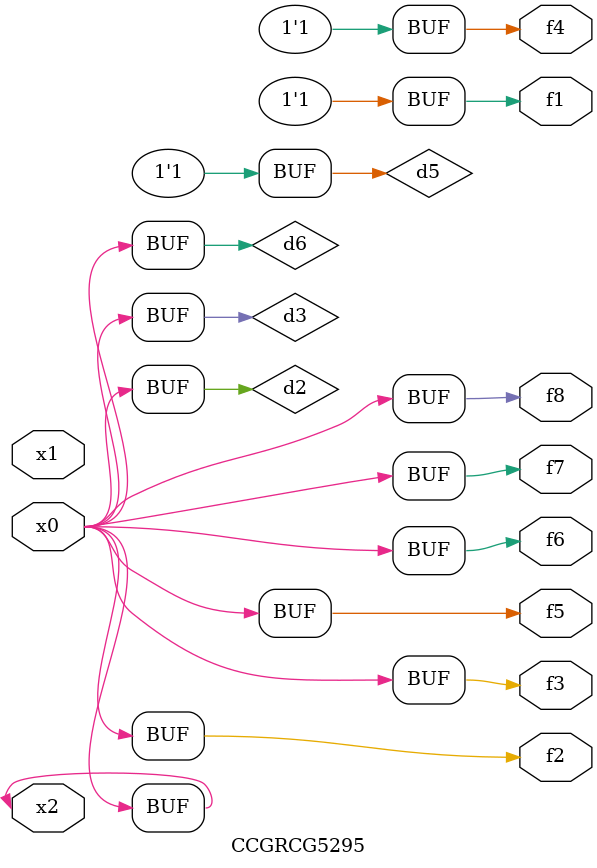
<source format=v>
module CCGRCG5295(
	input x0, x1, x2,
	output f1, f2, f3, f4, f5, f6, f7, f8
);

	wire d1, d2, d3, d4, d5, d6;

	xnor (d1, x2);
	buf (d2, x0, x2);
	and (d3, x0);
	xnor (d4, x1, x2);
	nand (d5, d1, d3);
	buf (d6, d2, d3);
	assign f1 = d5;
	assign f2 = d6;
	assign f3 = d6;
	assign f4 = d5;
	assign f5 = d6;
	assign f6 = d6;
	assign f7 = d6;
	assign f8 = d6;
endmodule

</source>
